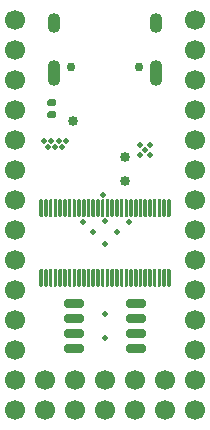
<source format=gbs>
G04 #@! TF.GenerationSoftware,KiCad,Pcbnew,5.1.9-1.fc33*
G04 #@! TF.CreationDate,2021-04-28T13:16:13+02:00*
G04 #@! TF.ProjectId,reDIP-SID,72654449-502d-4534-9944-2e6b69636164,0.2*
G04 #@! TF.SameCoordinates,PX5e28010PY8011a50*
G04 #@! TF.FileFunction,Soldermask,Bot*
G04 #@! TF.FilePolarity,Negative*
%FSLAX46Y46*%
G04 Gerber Fmt 4.6, Leading zero omitted, Abs format (unit mm)*
G04 Created by KiCad (PCBNEW 5.1.9-1.fc33) date 2021-04-28 13:16:13*
%MOMM*%
%LPD*%
G01*
G04 APERTURE LIST*
%ADD10C,0.500000*%
%ADD11O,1.100000X2.200000*%
%ADD12C,0.750000*%
%ADD13O,1.100000X1.700000*%
%ADD14C,1.700000*%
%ADD15C,0.850000*%
G04 APERTURE END LIST*
G04 #@! TO.C,U3*
G36*
G01*
X3640000Y13115000D02*
X3640000Y11765000D01*
G75*
G02*
X3565000Y11690000I-75000J0D01*
G01*
X3415000Y11690000D01*
G75*
G02*
X3340000Y11765000I0J75000D01*
G01*
X3340000Y13115000D01*
G75*
G02*
X3415000Y13190000I75000J0D01*
G01*
X3565000Y13190000D01*
G75*
G02*
X3640000Y13115000I0J-75000D01*
G01*
G37*
G36*
G01*
X3640000Y19015000D02*
X3640000Y17665000D01*
G75*
G02*
X3565000Y17590000I-75000J0D01*
G01*
X3415000Y17590000D01*
G75*
G02*
X3340000Y17665000I0J75000D01*
G01*
X3340000Y19015000D01*
G75*
G02*
X3415000Y19090000I75000J0D01*
G01*
X3565000Y19090000D01*
G75*
G02*
X3640000Y19015000I0J-75000D01*
G01*
G37*
G36*
G01*
X4040000Y13115000D02*
X4040000Y11765000D01*
G75*
G02*
X3965000Y11690000I-75000J0D01*
G01*
X3815000Y11690000D01*
G75*
G02*
X3740000Y11765000I0J75000D01*
G01*
X3740000Y13115000D01*
G75*
G02*
X3815000Y13190000I75000J0D01*
G01*
X3965000Y13190000D01*
G75*
G02*
X4040000Y13115000I0J-75000D01*
G01*
G37*
G36*
G01*
X4040000Y19015000D02*
X4040000Y17665000D01*
G75*
G02*
X3965000Y17590000I-75000J0D01*
G01*
X3815000Y17590000D01*
G75*
G02*
X3740000Y17665000I0J75000D01*
G01*
X3740000Y19015000D01*
G75*
G02*
X3815000Y19090000I75000J0D01*
G01*
X3965000Y19090000D01*
G75*
G02*
X4040000Y19015000I0J-75000D01*
G01*
G37*
G36*
G01*
X4440000Y13115000D02*
X4440000Y11765000D01*
G75*
G02*
X4365000Y11690000I-75000J0D01*
G01*
X4215000Y11690000D01*
G75*
G02*
X4140000Y11765000I0J75000D01*
G01*
X4140000Y13115000D01*
G75*
G02*
X4215000Y13190000I75000J0D01*
G01*
X4365000Y13190000D01*
G75*
G02*
X4440000Y13115000I0J-75000D01*
G01*
G37*
G36*
G01*
X4440000Y19015000D02*
X4440000Y17665000D01*
G75*
G02*
X4365000Y17590000I-75000J0D01*
G01*
X4215000Y17590000D01*
G75*
G02*
X4140000Y17665000I0J75000D01*
G01*
X4140000Y19015000D01*
G75*
G02*
X4215000Y19090000I75000J0D01*
G01*
X4365000Y19090000D01*
G75*
G02*
X4440000Y19015000I0J-75000D01*
G01*
G37*
G36*
G01*
X4840000Y13115000D02*
X4840000Y11765000D01*
G75*
G02*
X4765000Y11690000I-75000J0D01*
G01*
X4615000Y11690000D01*
G75*
G02*
X4540000Y11765000I0J75000D01*
G01*
X4540000Y13115000D01*
G75*
G02*
X4615000Y13190000I75000J0D01*
G01*
X4765000Y13190000D01*
G75*
G02*
X4840000Y13115000I0J-75000D01*
G01*
G37*
G36*
G01*
X4840000Y19015000D02*
X4840000Y17665000D01*
G75*
G02*
X4765000Y17590000I-75000J0D01*
G01*
X4615000Y17590000D01*
G75*
G02*
X4540000Y17665000I0J75000D01*
G01*
X4540000Y19015000D01*
G75*
G02*
X4615000Y19090000I75000J0D01*
G01*
X4765000Y19090000D01*
G75*
G02*
X4840000Y19015000I0J-75000D01*
G01*
G37*
G36*
G01*
X5240000Y13115000D02*
X5240000Y11765000D01*
G75*
G02*
X5165000Y11690000I-75000J0D01*
G01*
X5015000Y11690000D01*
G75*
G02*
X4940000Y11765000I0J75000D01*
G01*
X4940000Y13115000D01*
G75*
G02*
X5015000Y13190000I75000J0D01*
G01*
X5165000Y13190000D01*
G75*
G02*
X5240000Y13115000I0J-75000D01*
G01*
G37*
G36*
G01*
X5240000Y19015000D02*
X5240000Y17665000D01*
G75*
G02*
X5165000Y17590000I-75000J0D01*
G01*
X5015000Y17590000D01*
G75*
G02*
X4940000Y17665000I0J75000D01*
G01*
X4940000Y19015000D01*
G75*
G02*
X5015000Y19090000I75000J0D01*
G01*
X5165000Y19090000D01*
G75*
G02*
X5240000Y19015000I0J-75000D01*
G01*
G37*
G36*
G01*
X5640000Y13115000D02*
X5640000Y11765000D01*
G75*
G02*
X5565000Y11690000I-75000J0D01*
G01*
X5415000Y11690000D01*
G75*
G02*
X5340000Y11765000I0J75000D01*
G01*
X5340000Y13115000D01*
G75*
G02*
X5415000Y13190000I75000J0D01*
G01*
X5565000Y13190000D01*
G75*
G02*
X5640000Y13115000I0J-75000D01*
G01*
G37*
G36*
G01*
X5640000Y19015000D02*
X5640000Y17665000D01*
G75*
G02*
X5565000Y17590000I-75000J0D01*
G01*
X5415000Y17590000D01*
G75*
G02*
X5340000Y17665000I0J75000D01*
G01*
X5340000Y19015000D01*
G75*
G02*
X5415000Y19090000I75000J0D01*
G01*
X5565000Y19090000D01*
G75*
G02*
X5640000Y19015000I0J-75000D01*
G01*
G37*
G36*
G01*
X6040000Y13115000D02*
X6040000Y11765000D01*
G75*
G02*
X5965000Y11690000I-75000J0D01*
G01*
X5815000Y11690000D01*
G75*
G02*
X5740000Y11765000I0J75000D01*
G01*
X5740000Y13115000D01*
G75*
G02*
X5815000Y13190000I75000J0D01*
G01*
X5965000Y13190000D01*
G75*
G02*
X6040000Y13115000I0J-75000D01*
G01*
G37*
G36*
G01*
X6040000Y19015000D02*
X6040000Y17665000D01*
G75*
G02*
X5965000Y17590000I-75000J0D01*
G01*
X5815000Y17590000D01*
G75*
G02*
X5740000Y17665000I0J75000D01*
G01*
X5740000Y19015000D01*
G75*
G02*
X5815000Y19090000I75000J0D01*
G01*
X5965000Y19090000D01*
G75*
G02*
X6040000Y19015000I0J-75000D01*
G01*
G37*
G36*
G01*
X6440000Y13115000D02*
X6440000Y11765000D01*
G75*
G02*
X6365000Y11690000I-75000J0D01*
G01*
X6215000Y11690000D01*
G75*
G02*
X6140000Y11765000I0J75000D01*
G01*
X6140000Y13115000D01*
G75*
G02*
X6215000Y13190000I75000J0D01*
G01*
X6365000Y13190000D01*
G75*
G02*
X6440000Y13115000I0J-75000D01*
G01*
G37*
G36*
G01*
X6440000Y19015000D02*
X6440000Y17665000D01*
G75*
G02*
X6365000Y17590000I-75000J0D01*
G01*
X6215000Y17590000D01*
G75*
G02*
X6140000Y17665000I0J75000D01*
G01*
X6140000Y19015000D01*
G75*
G02*
X6215000Y19090000I75000J0D01*
G01*
X6365000Y19090000D01*
G75*
G02*
X6440000Y19015000I0J-75000D01*
G01*
G37*
G36*
G01*
X6840000Y13115000D02*
X6840000Y11765000D01*
G75*
G02*
X6765000Y11690000I-75000J0D01*
G01*
X6615000Y11690000D01*
G75*
G02*
X6540000Y11765000I0J75000D01*
G01*
X6540000Y13115000D01*
G75*
G02*
X6615000Y13190000I75000J0D01*
G01*
X6765000Y13190000D01*
G75*
G02*
X6840000Y13115000I0J-75000D01*
G01*
G37*
G36*
G01*
X6840000Y19015000D02*
X6840000Y17665000D01*
G75*
G02*
X6765000Y17590000I-75000J0D01*
G01*
X6615000Y17590000D01*
G75*
G02*
X6540000Y17665000I0J75000D01*
G01*
X6540000Y19015000D01*
G75*
G02*
X6615000Y19090000I75000J0D01*
G01*
X6765000Y19090000D01*
G75*
G02*
X6840000Y19015000I0J-75000D01*
G01*
G37*
G36*
G01*
X7240000Y13115000D02*
X7240000Y11765000D01*
G75*
G02*
X7165000Y11690000I-75000J0D01*
G01*
X7015000Y11690000D01*
G75*
G02*
X6940000Y11765000I0J75000D01*
G01*
X6940000Y13115000D01*
G75*
G02*
X7015000Y13190000I75000J0D01*
G01*
X7165000Y13190000D01*
G75*
G02*
X7240000Y13115000I0J-75000D01*
G01*
G37*
G36*
G01*
X7240000Y19015000D02*
X7240000Y17665000D01*
G75*
G02*
X7165000Y17590000I-75000J0D01*
G01*
X7015000Y17590000D01*
G75*
G02*
X6940000Y17665000I0J75000D01*
G01*
X6940000Y19015000D01*
G75*
G02*
X7015000Y19090000I75000J0D01*
G01*
X7165000Y19090000D01*
G75*
G02*
X7240000Y19015000I0J-75000D01*
G01*
G37*
G36*
G01*
X7640000Y13115000D02*
X7640000Y11765000D01*
G75*
G02*
X7565000Y11690000I-75000J0D01*
G01*
X7415000Y11690000D01*
G75*
G02*
X7340000Y11765000I0J75000D01*
G01*
X7340000Y13115000D01*
G75*
G02*
X7415000Y13190000I75000J0D01*
G01*
X7565000Y13190000D01*
G75*
G02*
X7640000Y13115000I0J-75000D01*
G01*
G37*
G36*
G01*
X7640000Y19015000D02*
X7640000Y17665000D01*
G75*
G02*
X7565000Y17590000I-75000J0D01*
G01*
X7415000Y17590000D01*
G75*
G02*
X7340000Y17665000I0J75000D01*
G01*
X7340000Y19015000D01*
G75*
G02*
X7415000Y19090000I75000J0D01*
G01*
X7565000Y19090000D01*
G75*
G02*
X7640000Y19015000I0J-75000D01*
G01*
G37*
G36*
G01*
X8040000Y13115000D02*
X8040000Y11765000D01*
G75*
G02*
X7965000Y11690000I-75000J0D01*
G01*
X7815000Y11690000D01*
G75*
G02*
X7740000Y11765000I0J75000D01*
G01*
X7740000Y13115000D01*
G75*
G02*
X7815000Y13190000I75000J0D01*
G01*
X7965000Y13190000D01*
G75*
G02*
X8040000Y13115000I0J-75000D01*
G01*
G37*
G36*
G01*
X8040000Y19015000D02*
X8040000Y17665000D01*
G75*
G02*
X7965000Y17590000I-75000J0D01*
G01*
X7815000Y17590000D01*
G75*
G02*
X7740000Y17665000I0J75000D01*
G01*
X7740000Y19015000D01*
G75*
G02*
X7815000Y19090000I75000J0D01*
G01*
X7965000Y19090000D01*
G75*
G02*
X8040000Y19015000I0J-75000D01*
G01*
G37*
G36*
G01*
X8440000Y13115000D02*
X8440000Y11765000D01*
G75*
G02*
X8365000Y11690000I-75000J0D01*
G01*
X8215000Y11690000D01*
G75*
G02*
X8140000Y11765000I0J75000D01*
G01*
X8140000Y13115000D01*
G75*
G02*
X8215000Y13190000I75000J0D01*
G01*
X8365000Y13190000D01*
G75*
G02*
X8440000Y13115000I0J-75000D01*
G01*
G37*
G36*
G01*
X8440000Y19015000D02*
X8440000Y17665000D01*
G75*
G02*
X8365000Y17590000I-75000J0D01*
G01*
X8215000Y17590000D01*
G75*
G02*
X8140000Y17665000I0J75000D01*
G01*
X8140000Y19015000D01*
G75*
G02*
X8215000Y19090000I75000J0D01*
G01*
X8365000Y19090000D01*
G75*
G02*
X8440000Y19015000I0J-75000D01*
G01*
G37*
G36*
G01*
X8840000Y13115000D02*
X8840000Y11765000D01*
G75*
G02*
X8765000Y11690000I-75000J0D01*
G01*
X8615000Y11690000D01*
G75*
G02*
X8540000Y11765000I0J75000D01*
G01*
X8540000Y13115000D01*
G75*
G02*
X8615000Y13190000I75000J0D01*
G01*
X8765000Y13190000D01*
G75*
G02*
X8840000Y13115000I0J-75000D01*
G01*
G37*
G36*
G01*
X8840000Y19015000D02*
X8840000Y17665000D01*
G75*
G02*
X8765000Y17590000I-75000J0D01*
G01*
X8615000Y17590000D01*
G75*
G02*
X8540000Y17665000I0J75000D01*
G01*
X8540000Y19015000D01*
G75*
G02*
X8615000Y19090000I75000J0D01*
G01*
X8765000Y19090000D01*
G75*
G02*
X8840000Y19015000I0J-75000D01*
G01*
G37*
G36*
G01*
X9240000Y13115000D02*
X9240000Y11765000D01*
G75*
G02*
X9165000Y11690000I-75000J0D01*
G01*
X9015000Y11690000D01*
G75*
G02*
X8940000Y11765000I0J75000D01*
G01*
X8940000Y13115000D01*
G75*
G02*
X9015000Y13190000I75000J0D01*
G01*
X9165000Y13190000D01*
G75*
G02*
X9240000Y13115000I0J-75000D01*
G01*
G37*
G36*
G01*
X9240000Y19015000D02*
X9240000Y17665000D01*
G75*
G02*
X9165000Y17590000I-75000J0D01*
G01*
X9015000Y17590000D01*
G75*
G02*
X8940000Y17665000I0J75000D01*
G01*
X8940000Y19015000D01*
G75*
G02*
X9015000Y19090000I75000J0D01*
G01*
X9165000Y19090000D01*
G75*
G02*
X9240000Y19015000I0J-75000D01*
G01*
G37*
G36*
G01*
X9640000Y13115000D02*
X9640000Y11765000D01*
G75*
G02*
X9565000Y11690000I-75000J0D01*
G01*
X9415000Y11690000D01*
G75*
G02*
X9340000Y11765000I0J75000D01*
G01*
X9340000Y13115000D01*
G75*
G02*
X9415000Y13190000I75000J0D01*
G01*
X9565000Y13190000D01*
G75*
G02*
X9640000Y13115000I0J-75000D01*
G01*
G37*
G36*
G01*
X9640000Y19015000D02*
X9640000Y17665000D01*
G75*
G02*
X9565000Y17590000I-75000J0D01*
G01*
X9415000Y17590000D01*
G75*
G02*
X9340000Y17665000I0J75000D01*
G01*
X9340000Y19015000D01*
G75*
G02*
X9415000Y19090000I75000J0D01*
G01*
X9565000Y19090000D01*
G75*
G02*
X9640000Y19015000I0J-75000D01*
G01*
G37*
G36*
G01*
X10040000Y13115000D02*
X10040000Y11765000D01*
G75*
G02*
X9965000Y11690000I-75000J0D01*
G01*
X9815000Y11690000D01*
G75*
G02*
X9740000Y11765000I0J75000D01*
G01*
X9740000Y13115000D01*
G75*
G02*
X9815000Y13190000I75000J0D01*
G01*
X9965000Y13190000D01*
G75*
G02*
X10040000Y13115000I0J-75000D01*
G01*
G37*
G36*
G01*
X10040000Y19015000D02*
X10040000Y17665000D01*
G75*
G02*
X9965000Y17590000I-75000J0D01*
G01*
X9815000Y17590000D01*
G75*
G02*
X9740000Y17665000I0J75000D01*
G01*
X9740000Y19015000D01*
G75*
G02*
X9815000Y19090000I75000J0D01*
G01*
X9965000Y19090000D01*
G75*
G02*
X10040000Y19015000I0J-75000D01*
G01*
G37*
G36*
G01*
X10440000Y13115000D02*
X10440000Y11765000D01*
G75*
G02*
X10365000Y11690000I-75000J0D01*
G01*
X10215000Y11690000D01*
G75*
G02*
X10140000Y11765000I0J75000D01*
G01*
X10140000Y13115000D01*
G75*
G02*
X10215000Y13190000I75000J0D01*
G01*
X10365000Y13190000D01*
G75*
G02*
X10440000Y13115000I0J-75000D01*
G01*
G37*
G36*
G01*
X10440000Y19015000D02*
X10440000Y17665000D01*
G75*
G02*
X10365000Y17590000I-75000J0D01*
G01*
X10215000Y17590000D01*
G75*
G02*
X10140000Y17665000I0J75000D01*
G01*
X10140000Y19015000D01*
G75*
G02*
X10215000Y19090000I75000J0D01*
G01*
X10365000Y19090000D01*
G75*
G02*
X10440000Y19015000I0J-75000D01*
G01*
G37*
G36*
G01*
X10840000Y13115000D02*
X10840000Y11765000D01*
G75*
G02*
X10765000Y11690000I-75000J0D01*
G01*
X10615000Y11690000D01*
G75*
G02*
X10540000Y11765000I0J75000D01*
G01*
X10540000Y13115000D01*
G75*
G02*
X10615000Y13190000I75000J0D01*
G01*
X10765000Y13190000D01*
G75*
G02*
X10840000Y13115000I0J-75000D01*
G01*
G37*
G36*
G01*
X10840000Y19015000D02*
X10840000Y17665000D01*
G75*
G02*
X10765000Y17590000I-75000J0D01*
G01*
X10615000Y17590000D01*
G75*
G02*
X10540000Y17665000I0J75000D01*
G01*
X10540000Y19015000D01*
G75*
G02*
X10615000Y19090000I75000J0D01*
G01*
X10765000Y19090000D01*
G75*
G02*
X10840000Y19015000I0J-75000D01*
G01*
G37*
G36*
G01*
X11240000Y13115000D02*
X11240000Y11765000D01*
G75*
G02*
X11165000Y11690000I-75000J0D01*
G01*
X11015000Y11690000D01*
G75*
G02*
X10940000Y11765000I0J75000D01*
G01*
X10940000Y13115000D01*
G75*
G02*
X11015000Y13190000I75000J0D01*
G01*
X11165000Y13190000D01*
G75*
G02*
X11240000Y13115000I0J-75000D01*
G01*
G37*
G36*
G01*
X11240000Y19015000D02*
X11240000Y17665000D01*
G75*
G02*
X11165000Y17590000I-75000J0D01*
G01*
X11015000Y17590000D01*
G75*
G02*
X10940000Y17665000I0J75000D01*
G01*
X10940000Y19015000D01*
G75*
G02*
X11015000Y19090000I75000J0D01*
G01*
X11165000Y19090000D01*
G75*
G02*
X11240000Y19015000I0J-75000D01*
G01*
G37*
G36*
G01*
X11640000Y13115000D02*
X11640000Y11765000D01*
G75*
G02*
X11565000Y11690000I-75000J0D01*
G01*
X11415000Y11690000D01*
G75*
G02*
X11340000Y11765000I0J75000D01*
G01*
X11340000Y13115000D01*
G75*
G02*
X11415000Y13190000I75000J0D01*
G01*
X11565000Y13190000D01*
G75*
G02*
X11640000Y13115000I0J-75000D01*
G01*
G37*
G36*
G01*
X11640000Y19015000D02*
X11640000Y17665000D01*
G75*
G02*
X11565000Y17590000I-75000J0D01*
G01*
X11415000Y17590000D01*
G75*
G02*
X11340000Y17665000I0J75000D01*
G01*
X11340000Y19015000D01*
G75*
G02*
X11415000Y19090000I75000J0D01*
G01*
X11565000Y19090000D01*
G75*
G02*
X11640000Y19015000I0J-75000D01*
G01*
G37*
G36*
G01*
X12040000Y13115000D02*
X12040000Y11765000D01*
G75*
G02*
X11965000Y11690000I-75000J0D01*
G01*
X11815000Y11690000D01*
G75*
G02*
X11740000Y11765000I0J75000D01*
G01*
X11740000Y13115000D01*
G75*
G02*
X11815000Y13190000I75000J0D01*
G01*
X11965000Y13190000D01*
G75*
G02*
X12040000Y13115000I0J-75000D01*
G01*
G37*
G36*
G01*
X12040000Y19015000D02*
X12040000Y17665000D01*
G75*
G02*
X11965000Y17590000I-75000J0D01*
G01*
X11815000Y17590000D01*
G75*
G02*
X11740000Y17665000I0J75000D01*
G01*
X11740000Y19015000D01*
G75*
G02*
X11815000Y19090000I75000J0D01*
G01*
X11965000Y19090000D01*
G75*
G02*
X12040000Y19015000I0J-75000D01*
G01*
G37*
G36*
G01*
X12440000Y13115000D02*
X12440000Y11765000D01*
G75*
G02*
X12365000Y11690000I-75000J0D01*
G01*
X12215000Y11690000D01*
G75*
G02*
X12140000Y11765000I0J75000D01*
G01*
X12140000Y13115000D01*
G75*
G02*
X12215000Y13190000I75000J0D01*
G01*
X12365000Y13190000D01*
G75*
G02*
X12440000Y13115000I0J-75000D01*
G01*
G37*
G36*
G01*
X12440000Y19015000D02*
X12440000Y17665000D01*
G75*
G02*
X12365000Y17590000I-75000J0D01*
G01*
X12215000Y17590000D01*
G75*
G02*
X12140000Y17665000I0J75000D01*
G01*
X12140000Y19015000D01*
G75*
G02*
X12215000Y19090000I75000J0D01*
G01*
X12365000Y19090000D01*
G75*
G02*
X12440000Y19015000I0J-75000D01*
G01*
G37*
G36*
G01*
X12840000Y13115000D02*
X12840000Y11765000D01*
G75*
G02*
X12765000Y11690000I-75000J0D01*
G01*
X12615000Y11690000D01*
G75*
G02*
X12540000Y11765000I0J75000D01*
G01*
X12540000Y13115000D01*
G75*
G02*
X12615000Y13190000I75000J0D01*
G01*
X12765000Y13190000D01*
G75*
G02*
X12840000Y13115000I0J-75000D01*
G01*
G37*
G36*
G01*
X12840000Y19015000D02*
X12840000Y17665000D01*
G75*
G02*
X12765000Y17590000I-75000J0D01*
G01*
X12615000Y17590000D01*
G75*
G02*
X12540000Y17665000I0J75000D01*
G01*
X12540000Y19015000D01*
G75*
G02*
X12615000Y19090000I75000J0D01*
G01*
X12765000Y19090000D01*
G75*
G02*
X12840000Y19015000I0J-75000D01*
G01*
G37*
G36*
G01*
X13240000Y13115000D02*
X13240000Y11765000D01*
G75*
G02*
X13165000Y11690000I-75000J0D01*
G01*
X13015000Y11690000D01*
G75*
G02*
X12940000Y11765000I0J75000D01*
G01*
X12940000Y13115000D01*
G75*
G02*
X13015000Y13190000I75000J0D01*
G01*
X13165000Y13190000D01*
G75*
G02*
X13240000Y13115000I0J-75000D01*
G01*
G37*
G36*
G01*
X13240000Y19015000D02*
X13240000Y17665000D01*
G75*
G02*
X13165000Y17590000I-75000J0D01*
G01*
X13015000Y17590000D01*
G75*
G02*
X12940000Y17665000I0J75000D01*
G01*
X12940000Y19015000D01*
G75*
G02*
X13015000Y19090000I75000J0D01*
G01*
X13165000Y19090000D01*
G75*
G02*
X13240000Y19015000I0J-75000D01*
G01*
G37*
G36*
G01*
X13640000Y13115000D02*
X13640000Y11765000D01*
G75*
G02*
X13565000Y11690000I-75000J0D01*
G01*
X13415000Y11690000D01*
G75*
G02*
X13340000Y11765000I0J75000D01*
G01*
X13340000Y13115000D01*
G75*
G02*
X13415000Y13190000I75000J0D01*
G01*
X13565000Y13190000D01*
G75*
G02*
X13640000Y13115000I0J-75000D01*
G01*
G37*
G36*
G01*
X13640000Y19015000D02*
X13640000Y17665000D01*
G75*
G02*
X13565000Y17590000I-75000J0D01*
G01*
X13415000Y17590000D01*
G75*
G02*
X13340000Y17665000I0J75000D01*
G01*
X13340000Y19015000D01*
G75*
G02*
X13415000Y19090000I75000J0D01*
G01*
X13565000Y19090000D01*
G75*
G02*
X13640000Y19015000I0J-75000D01*
G01*
G37*
G36*
G01*
X14040000Y13115000D02*
X14040000Y11765000D01*
G75*
G02*
X13965000Y11690000I-75000J0D01*
G01*
X13815000Y11690000D01*
G75*
G02*
X13740000Y11765000I0J75000D01*
G01*
X13740000Y13115000D01*
G75*
G02*
X13815000Y13190000I75000J0D01*
G01*
X13965000Y13190000D01*
G75*
G02*
X14040000Y13115000I0J-75000D01*
G01*
G37*
G36*
G01*
X14040000Y19015000D02*
X14040000Y17665000D01*
G75*
G02*
X13965000Y17590000I-75000J0D01*
G01*
X13815000Y17590000D01*
G75*
G02*
X13740000Y17665000I0J75000D01*
G01*
X13740000Y19015000D01*
G75*
G02*
X13815000Y19090000I75000J0D01*
G01*
X13965000Y19090000D01*
G75*
G02*
X14040000Y19015000I0J-75000D01*
G01*
G37*
G36*
G01*
X14440000Y13115000D02*
X14440000Y11765000D01*
G75*
G02*
X14365000Y11690000I-75000J0D01*
G01*
X14215000Y11690000D01*
G75*
G02*
X14140000Y11765000I0J75000D01*
G01*
X14140000Y13115000D01*
G75*
G02*
X14215000Y13190000I75000J0D01*
G01*
X14365000Y13190000D01*
G75*
G02*
X14440000Y13115000I0J-75000D01*
G01*
G37*
G36*
G01*
X14440000Y19015000D02*
X14440000Y17665000D01*
G75*
G02*
X14365000Y17590000I-75000J0D01*
G01*
X14215000Y17590000D01*
G75*
G02*
X14140000Y17665000I0J75000D01*
G01*
X14140000Y19015000D01*
G75*
G02*
X14215000Y19090000I75000J0D01*
G01*
X14365000Y19090000D01*
G75*
G02*
X14440000Y19015000I0J-75000D01*
G01*
G37*
G04 #@! TD*
D10*
G04 #@! TO.C,SolderMask D0.5mm*
X12270000Y23250000D03*
G04 #@! TD*
G04 #@! TO.C,JP1*
G36*
G01*
X4160000Y26570000D02*
X4580000Y26570000D01*
G75*
G02*
X4740000Y26410000I0J-160000D01*
G01*
X4740000Y26090000D01*
G75*
G02*
X4580000Y25930000I-160000J0D01*
G01*
X4160000Y25930000D01*
G75*
G02*
X4000000Y26090000I0J160000D01*
G01*
X4000000Y26410000D01*
G75*
G02*
X4160000Y26570000I160000J0D01*
G01*
G37*
G36*
G01*
X4160000Y27590000D02*
X4580000Y27590000D01*
G75*
G02*
X4740000Y27430000I0J-160000D01*
G01*
X4740000Y27110000D01*
G75*
G02*
X4580000Y26950000I-160000J0D01*
G01*
X4160000Y26950000D01*
G75*
G02*
X4000000Y27110000I0J160000D01*
G01*
X4000000Y27430000D01*
G75*
G02*
X4160000Y27590000I160000J0D01*
G01*
G37*
G04 #@! TD*
D11*
G04 #@! TO.C,J5*
X4570000Y29790000D03*
X13210000Y29790000D03*
D12*
X11780000Y30320000D03*
D13*
X13210000Y33970000D03*
D12*
X6000000Y30320000D03*
D13*
X4570000Y33970000D03*
G04 #@! TD*
D10*
G04 #@! TO.C,SolderMask D0.5mm*
X8890000Y7360000D03*
G04 #@! TD*
G04 #@! TO.C,SolderMask D0.5mm*
X4650000Y23520000D03*
G04 #@! TD*
G04 #@! TO.C,SolderMask D0.5mm*
X4050000Y23520000D03*
G04 #@! TD*
G04 #@! TO.C,SolderMask D0.5mm*
X3750000Y24040000D03*
G04 #@! TD*
G04 #@! TO.C,SolderMask D0.5mm*
X4350000Y24040000D03*
G04 #@! TD*
G04 #@! TO.C,SolderMask D0.5mm*
X4950000Y24040000D03*
G04 #@! TD*
G04 #@! TO.C,SolderMask D0.5mm*
X5250000Y23520000D03*
G04 #@! TD*
G04 #@! TO.C,SolderMask D0.5mm*
X5550000Y24040000D03*
G04 #@! TD*
G04 #@! TO.C,SolderMask D0.5mm*
X7000000Y17180000D03*
G04 #@! TD*
G04 #@! TO.C,SolderMask D0.5mm*
X8890000Y9360000D03*
G04 #@! TD*
G04 #@! TO.C,SolderMask D0.5mm*
X12700000Y23670000D03*
G04 #@! TD*
G04 #@! TO.C,SolderMask D0.5mm*
X11850000Y23680000D03*
G04 #@! TD*
G04 #@! TO.C,SolderMask D0.5mm*
X12700000Y22830000D03*
G04 #@! TD*
G04 #@! TO.C,SolderMask D0.5mm*
X11850000Y22830000D03*
G04 #@! TD*
G04 #@! TO.C,SolderMask D0.5mm*
X8890000Y15290000D03*
G04 #@! TD*
G04 #@! TO.C,SolderMask D0.5mm*
X9890000Y16300000D03*
G04 #@! TD*
G04 #@! TO.C,SolderMask D0.5mm*
X10900000Y17180000D03*
G04 #@! TD*
G04 #@! TO.C,SolderMask D0.5mm*
X8740000Y19450000D03*
G04 #@! TD*
G04 #@! TO.C,SolderMask D0.5mm*
X8890000Y17280000D03*
G04 #@! TD*
G04 #@! TO.C,SolderMask D0.5mm*
X7900000Y16300000D03*
G04 #@! TD*
D14*
G04 #@! TO.C,J4*
X16510000Y1270000D03*
X16510000Y3810000D03*
X16510000Y6350000D03*
X16510000Y8890000D03*
X16510000Y11430000D03*
X16510000Y13970000D03*
X16510000Y16510000D03*
X16510000Y19050000D03*
X16510000Y21590000D03*
X16510000Y24130000D03*
G04 #@! TD*
G04 #@! TO.C,J6*
X3810000Y1270000D03*
X3810000Y3810000D03*
X6350000Y1270000D03*
X6350000Y3810000D03*
X8890000Y1270000D03*
X8890000Y3810000D03*
X11430000Y1270000D03*
X11430000Y3810000D03*
X13970000Y1270000D03*
X13970000Y3810000D03*
G04 #@! TD*
G04 #@! TO.C,J3*
X1270000Y1270000D03*
X1270000Y3810000D03*
X1270000Y6350000D03*
X1270000Y8890000D03*
X1270000Y11430000D03*
X1270000Y13970000D03*
X1270000Y16510000D03*
X1270000Y19050000D03*
X1270000Y21590000D03*
X1270000Y24130000D03*
G04 #@! TD*
G04 #@! TO.C,U6*
G36*
G01*
X10640000Y6280000D02*
X10640000Y6630000D01*
G75*
G02*
X10815000Y6805000I175000J0D01*
G01*
X12215000Y6805000D01*
G75*
G02*
X12390000Y6630000I0J-175000D01*
G01*
X12390000Y6280000D01*
G75*
G02*
X12215000Y6105000I-175000J0D01*
G01*
X10815000Y6105000D01*
G75*
G02*
X10640000Y6280000I0J175000D01*
G01*
G37*
G36*
G01*
X10640000Y7550000D02*
X10640000Y7900000D01*
G75*
G02*
X10815000Y8075000I175000J0D01*
G01*
X12215000Y8075000D01*
G75*
G02*
X12390000Y7900000I0J-175000D01*
G01*
X12390000Y7550000D01*
G75*
G02*
X12215000Y7375000I-175000J0D01*
G01*
X10815000Y7375000D01*
G75*
G02*
X10640000Y7550000I0J175000D01*
G01*
G37*
G36*
G01*
X10640000Y8820000D02*
X10640000Y9170000D01*
G75*
G02*
X10815000Y9345000I175000J0D01*
G01*
X12215000Y9345000D01*
G75*
G02*
X12390000Y9170000I0J-175000D01*
G01*
X12390000Y8820000D01*
G75*
G02*
X12215000Y8645000I-175000J0D01*
G01*
X10815000Y8645000D01*
G75*
G02*
X10640000Y8820000I0J175000D01*
G01*
G37*
G36*
G01*
X10640000Y10090000D02*
X10640000Y10440000D01*
G75*
G02*
X10815000Y10615000I175000J0D01*
G01*
X12215000Y10615000D01*
G75*
G02*
X12390000Y10440000I0J-175000D01*
G01*
X12390000Y10090000D01*
G75*
G02*
X12215000Y9915000I-175000J0D01*
G01*
X10815000Y9915000D01*
G75*
G02*
X10640000Y10090000I0J175000D01*
G01*
G37*
G36*
G01*
X5390000Y10090000D02*
X5390000Y10440000D01*
G75*
G02*
X5565000Y10615000I175000J0D01*
G01*
X6965000Y10615000D01*
G75*
G02*
X7140000Y10440000I0J-175000D01*
G01*
X7140000Y10090000D01*
G75*
G02*
X6965000Y9915000I-175000J0D01*
G01*
X5565000Y9915000D01*
G75*
G02*
X5390000Y10090000I0J175000D01*
G01*
G37*
G36*
G01*
X5390000Y8820000D02*
X5390000Y9170000D01*
G75*
G02*
X5565000Y9345000I175000J0D01*
G01*
X6965000Y9345000D01*
G75*
G02*
X7140000Y9170000I0J-175000D01*
G01*
X7140000Y8820000D01*
G75*
G02*
X6965000Y8645000I-175000J0D01*
G01*
X5565000Y8645000D01*
G75*
G02*
X5390000Y8820000I0J175000D01*
G01*
G37*
G36*
G01*
X5390000Y7550000D02*
X5390000Y7900000D01*
G75*
G02*
X5565000Y8075000I175000J0D01*
G01*
X6965000Y8075000D01*
G75*
G02*
X7140000Y7900000I0J-175000D01*
G01*
X7140000Y7550000D01*
G75*
G02*
X6965000Y7375000I-175000J0D01*
G01*
X5565000Y7375000D01*
G75*
G02*
X5390000Y7550000I0J175000D01*
G01*
G37*
G36*
G01*
X5390000Y6280000D02*
X5390000Y6630000D01*
G75*
G02*
X5565000Y6805000I175000J0D01*
G01*
X6965000Y6805000D01*
G75*
G02*
X7140000Y6630000I0J-175000D01*
G01*
X7140000Y6280000D01*
G75*
G02*
X6965000Y6105000I-175000J0D01*
G01*
X5565000Y6105000D01*
G75*
G02*
X5390000Y6280000I0J175000D01*
G01*
G37*
G04 #@! TD*
G04 #@! TO.C,J2*
X16510000Y26670000D03*
X16510000Y29210000D03*
X16510000Y31750000D03*
X16510000Y34290000D03*
G04 #@! TD*
G04 #@! TO.C,J1*
X1270000Y26670000D03*
X1270000Y29210000D03*
X1270000Y31750000D03*
X1270000Y34290000D03*
G04 #@! TD*
D15*
G04 #@! TO.C,TP3*
X10590000Y22670000D03*
G04 #@! TD*
G04 #@! TO.C,TP2*
X10590000Y20670000D03*
G04 #@! TD*
G04 #@! TO.C,TP1*
X6210000Y25710000D03*
G04 #@! TD*
M02*

</source>
